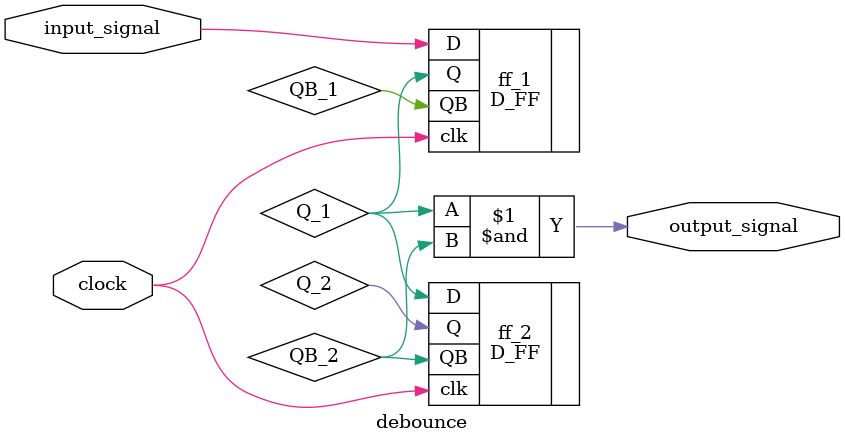
<source format=v>
`timescale 1ns / 1ps


module debounce(
    input clock, 
    input input_signal, 
    output output_signal
    );
    wire Q_1, QB_1, Q_2, QB_2;
    
    D_FF ff_1 (.clk(clock), .D(input_signal), .Q(Q_1), .QB(QB_1));
    D_FF ff_2 (.clk(clock), .D(Q_1), .Q(Q_2), .QB(QB_2));
    
    assign output_signal = Q_1 & QB_2;
    
endmodule

</source>
